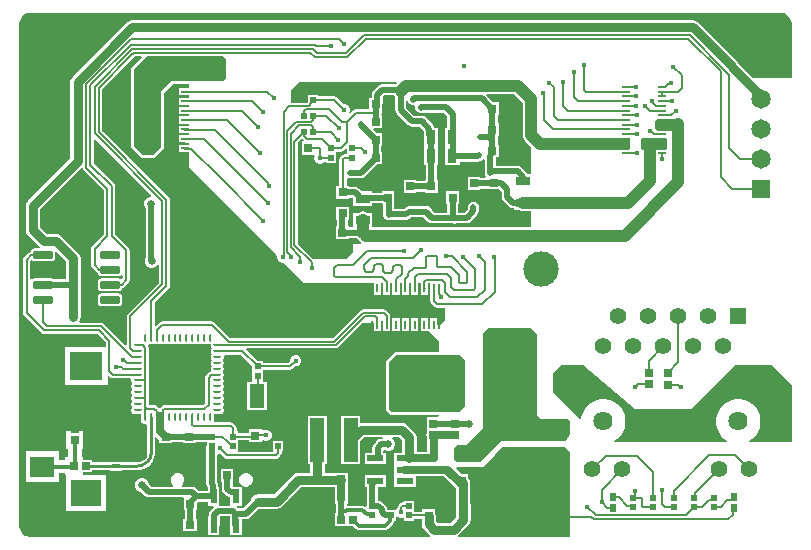
<source format=gtl>
G04*
G04 #@! TF.GenerationSoftware,Altium Limited,Altium Designer,23.8.1 (32)*
G04*
G04 Layer_Physical_Order=1*
G04 Layer_Color=255*
%FSLAX44Y44*%
%MOMM*%
G71*
G04*
G04 #@! TF.SameCoordinates,4EFDB198-7814-4870-AD9F-EEE93015B5C1*
G04*
G04*
G04 #@! TF.FilePolarity,Positive*
G04*
G01*
G75*
%ADD11C,0.2500*%
%ADD12C,0.1500*%
%ADD14C,0.2000*%
G04:AMPARAMS|DCode=15|XSize=0.68mm|YSize=0.25mm|CornerRadius=0.0625mm|HoleSize=0mm|Usage=FLASHONLY|Rotation=90.000|XOffset=0mm|YOffset=0mm|HoleType=Round|Shape=RoundedRectangle|*
%AMROUNDEDRECTD15*
21,1,0.6800,0.1250,0,0,90.0*
21,1,0.5550,0.2500,0,0,90.0*
1,1,0.1250,0.0625,0.2775*
1,1,0.1250,0.0625,-0.2775*
1,1,0.1250,-0.0625,-0.2775*
1,1,0.1250,-0.0625,0.2775*
%
%ADD15ROUNDEDRECTD15*%
G04:AMPARAMS|DCode=16|XSize=0.68mm|YSize=0.25mm|CornerRadius=0.0625mm|HoleSize=0mm|Usage=FLASHONLY|Rotation=180.000|XOffset=0mm|YOffset=0mm|HoleType=Round|Shape=RoundedRectangle|*
%AMROUNDEDRECTD16*
21,1,0.6800,0.1250,0,0,180.0*
21,1,0.5550,0.2500,0,0,180.0*
1,1,0.1250,-0.2775,0.0625*
1,1,0.1250,0.2775,0.0625*
1,1,0.1250,0.2775,-0.0625*
1,1,0.1250,-0.2775,-0.0625*
%
%ADD16ROUNDEDRECTD16*%
%ADD17R,4.5000X4.5000*%
%ADD18R,0.2000X0.7000*%
%ADD19R,0.8000X1.2000*%
%ADD20R,1.2000X0.8000*%
%ADD21R,0.4725X0.4682*%
%ADD22R,0.5000X0.7000*%
%ADD23R,0.4682X0.4725*%
%ADD24R,0.7154X0.6725*%
%ADD25R,0.7000X0.2000*%
%ADD26R,0.6725X0.7154*%
%ADD27R,1.2000X3.7000*%
%ADD28R,2.1500X2.2000*%
%ADD29R,1.3000X2.0000*%
G04:AMPARAMS|DCode=30|XSize=0.65mm|YSize=1.65mm|CornerRadius=0.0488mm|HoleSize=0mm|Usage=FLASHONLY|Rotation=90.000|XOffset=0mm|YOffset=0mm|HoleType=Round|Shape=RoundedRectangle|*
%AMROUNDEDRECTD30*
21,1,0.6500,1.5525,0,0,90.0*
21,1,0.5525,1.6500,0,0,90.0*
1,1,0.0975,0.7763,0.2763*
1,1,0.0975,0.7763,-0.2763*
1,1,0.0975,-0.7763,-0.2763*
1,1,0.0975,-0.7763,0.2763*
%
%ADD30ROUNDEDRECTD30*%
%ADD31R,2.2000X1.4500*%
%ADD32R,0.5000X1.1000*%
%ADD33R,0.6000X1.2000*%
%ADD34R,2.8042X1.5027*%
%ADD35R,1.4000X0.6000*%
%ADD36R,2.0000X1.8000*%
%ADD37R,2.6000X2.2500*%
%ADD38R,2.8000X2.4500*%
%ADD39R,0.6500X0.3500*%
%ADD68C,0.1519*%
%ADD69C,0.1565*%
%ADD70C,1.0000*%
%ADD71C,0.5000*%
%ADD72C,0.1560*%
%ADD73C,0.3000*%
%ADD74C,0.7000*%
%ADD75C,0.8000*%
%ADD76O,1.0000X1.8000*%
%ADD77O,1.0000X2.1000*%
%ADD78C,3.0000*%
%ADD79C,1.4000*%
%ADD80R,1.4000X1.4000*%
%ADD81C,1.6250*%
%ADD82C,2.4000*%
%ADD83C,2.5500*%
%ADD84C,1.5000*%
%ADD85R,1.6500X1.6500*%
%ADD86C,1.6500*%
%ADD87C,0.4500*%
%ADD88C,0.6500*%
G36*
X650112Y446571D02*
X651867Y445844D01*
X653446Y444789D01*
X654789Y443446D01*
X655844Y441867D01*
X656571Y440112D01*
X656941Y438250D01*
Y437300D01*
Y392000D01*
X623791Y392000D01*
X611623Y404168D01*
X611411Y404486D01*
X610616Y405675D01*
X577465Y438826D01*
X575481Y440152D01*
X573140Y440617D01*
X98750D01*
X96409Y440152D01*
X94424Y438826D01*
X48174Y392576D01*
X46848Y390591D01*
X46382Y388250D01*
Y323784D01*
X10424Y287826D01*
X9098Y285841D01*
X8633Y283500D01*
Y262750D01*
X9098Y260409D01*
X10424Y258424D01*
X19424Y249424D01*
X20630Y248619D01*
X20245Y247349D01*
X15488D01*
X14517Y247156D01*
X13694Y246606D01*
X13144Y245783D01*
X12951Y244813D01*
Y244687D01*
X12001Y244498D01*
X11009Y243834D01*
X11009Y243834D01*
X7087Y239913D01*
X6424Y238920D01*
X6191Y237750D01*
X6191Y237750D01*
Y193000D01*
X6191Y193000D01*
X6424Y191829D01*
X7087Y190837D01*
X22087Y175837D01*
X22087Y175837D01*
X23080Y175174D01*
X24250Y174941D01*
X24250Y174941D01*
X68983D01*
X76111Y167813D01*
Y163750D01*
X41800D01*
Y131250D01*
X77800D01*
Y138987D01*
X78973Y139473D01*
X80109Y138337D01*
X80109Y138337D01*
X81101Y137674D01*
X82272Y137441D01*
X82272Y137441D01*
X96886D01*
X97908Y136171D01*
X97899Y136125D01*
Y134875D01*
X98102Y133851D01*
X98671Y133000D01*
X98102Y132149D01*
X97899Y131125D01*
Y129875D01*
X98102Y128851D01*
X98671Y128000D01*
X98102Y127149D01*
X97899Y126125D01*
Y124875D01*
X98102Y123851D01*
X98671Y123000D01*
X98102Y122149D01*
X97899Y121125D01*
Y119875D01*
X98102Y118851D01*
X98671Y118000D01*
X98102Y117149D01*
X97899Y116125D01*
Y114875D01*
X98102Y113851D01*
X98671Y113000D01*
X98102Y112149D01*
X97899Y111125D01*
Y109875D01*
X98102Y108851D01*
X98682Y107983D01*
X99551Y107402D01*
X100575Y107199D01*
X104988D01*
X106129Y107129D01*
X106199Y105988D01*
Y101575D01*
X106402Y100551D01*
X106982Y99683D01*
X107851Y99102D01*
X108875Y98899D01*
X110125D01*
X111186Y97815D01*
Y73035D01*
X111205Y72941D01*
X110824Y71023D01*
X109737Y69397D01*
X109657Y69343D01*
X108706Y68573D01*
X107354Y67535D01*
X104646Y66413D01*
X101839Y66044D01*
X101740Y66064D01*
X90250D01*
Y66500D01*
X79750D01*
Y66314D01*
X64862D01*
Y68362D01*
X57291D01*
Y70362D01*
X55715D01*
Y77638D01*
X57362D01*
Y92791D01*
X42638D01*
Y77638D01*
X44500D01*
Y70362D01*
X42138D01*
Y68108D01*
X36500D01*
Y75500D01*
X8500D01*
Y49500D01*
X36500D01*
Y56892D01*
X42138D01*
Y55638D01*
X42800D01*
Y25250D01*
X76800D01*
Y55750D01*
X57291D01*
Y57638D01*
X64862D01*
Y59686D01*
X79750D01*
Y59000D01*
X90250D01*
Y59436D01*
X101739D01*
X101740Y59436D01*
Y59414D01*
X105221Y59757D01*
X108569Y60773D01*
X111654Y62422D01*
X114359Y64641D01*
X114359D01*
X114370Y64630D01*
X116259Y67092D01*
X117447Y69959D01*
X117852Y73035D01*
X117814D01*
Y87245D01*
X119084Y87772D01*
X121638Y85218D01*
Y82209D01*
X126844D01*
X127000Y82178D01*
X127156Y82209D01*
X132362D01*
Y83197D01*
X141638D01*
Y82209D01*
X152362D01*
Y83433D01*
X161638D01*
Y81114D01*
X161412Y79978D01*
Y48000D01*
X161761Y46244D01*
X162412Y45270D01*
Y42088D01*
X154401D01*
X152244Y44244D01*
X150756Y45239D01*
X149000Y45588D01*
X141036D01*
X141013Y45622D01*
X140646Y46858D01*
X142008Y48220D01*
X142890Y50348D01*
Y52652D01*
X142008Y54780D01*
X140380Y56409D01*
X138252Y57290D01*
X135948D01*
X133820Y56409D01*
X132191Y54780D01*
X131310Y52652D01*
Y50348D01*
X132191Y48220D01*
X133553Y46858D01*
X133187Y45622D01*
X133164Y45588D01*
X114901D01*
X112790Y47699D01*
Y48152D01*
X111909Y50280D01*
X110280Y51908D01*
X108152Y52790D01*
X105848D01*
X103720Y51908D01*
X102092Y50280D01*
X101210Y48152D01*
Y45848D01*
X102092Y43720D01*
X103720Y42091D01*
X105848Y41210D01*
X106301D01*
X109756Y37756D01*
X111244Y36761D01*
X113000Y36412D01*
X140959D01*
X142209Y36362D01*
Y25638D01*
X143090D01*
Y18362D01*
X141994D01*
Y7638D01*
X153148D01*
Y18362D01*
X152267D01*
Y25638D01*
X153362D01*
Y31874D01*
X154401Y32912D01*
X162500D01*
Y29500D01*
X167349D01*
X167740Y28291D01*
X167741Y28230D01*
X164756Y25244D01*
X163761Y23756D01*
X163412Y22000D01*
Y20500D01*
X162500D01*
Y4500D01*
X172500D01*
Y12557D01*
X172588Y13000D01*
Y20099D01*
X172901Y20412D01*
X181412D01*
Y13000D01*
X181500Y12557D01*
Y4500D01*
X191500D01*
Y17983D01*
X194571D01*
X196327Y18332D01*
X197815Y19327D01*
X205371Y26882D01*
X221000D01*
X223341Y27348D01*
X225326Y28674D01*
X241784Y45132D01*
X270107D01*
Y36500D01*
X270138Y36344D01*
Y31138D01*
X271126D01*
Y22862D01*
X270138D01*
Y12138D01*
X285816D01*
X288339Y9614D01*
X289497Y8841D01*
X290862Y8569D01*
X312388D01*
X313753Y8841D01*
X314911Y9614D01*
X319411Y14114D01*
X320185Y15272D01*
X320456Y16638D01*
Y16888D01*
X322112D01*
Y19541D01*
X323382Y20067D01*
X323413Y20036D01*
X325174Y19307D01*
X327080D01*
X327618Y19530D01*
X328888Y18681D01*
Y16888D01*
X337612D01*
Y18170D01*
X343633D01*
Y13766D01*
X344098Y11425D01*
X345424Y9441D01*
X350111Y4754D01*
X350747Y4329D01*
X350362Y3059D01*
X11750D01*
X9888Y3429D01*
X8133Y4156D01*
X6554Y5211D01*
X5211Y6554D01*
X4156Y8133D01*
X3429Y9888D01*
X3059Y11750D01*
Y12700D01*
Y437300D01*
Y438250D01*
X3429Y440112D01*
X4156Y441867D01*
X5211Y443446D01*
X6554Y444789D01*
X8133Y445844D01*
X9888Y446571D01*
X11750Y446941D01*
X648250D01*
X650112Y446571D01*
D02*
G37*
G36*
X178250Y407500D02*
X178250Y391250D01*
X176000Y389000D01*
X131750Y389000D01*
X123000Y380250D01*
X123000Y333000D01*
X116500Y326500D01*
X107750Y326500D01*
X100250Y334000D01*
Y398750D01*
X111511Y410011D01*
X175739D01*
X178250Y407500D01*
D02*
G37*
G36*
X322680Y387415D02*
X321603Y386338D01*
X310250D01*
X308494Y385989D01*
X307006Y384994D01*
X302797Y380785D01*
X301802Y379297D01*
X301453Y377541D01*
Y374862D01*
X299388D01*
Y365101D01*
X287792D01*
X286622Y364868D01*
X285629Y364205D01*
X285629Y364205D01*
X283417Y361993D01*
X282341Y362713D01*
X282790Y363797D01*
Y365703D01*
X282061Y367463D01*
X280713Y368811D01*
X278953Y369540D01*
X277536D01*
X271913Y375163D01*
X270921Y375826D01*
X269750Y376059D01*
X269750Y376059D01*
X256362D01*
Y377362D01*
X247681D01*
Y371659D01*
X247627Y371388D01*
Y371342D01*
X246976Y370691D01*
X233250D01*
Y381750D01*
X240088Y388588D01*
X322194D01*
X322680Y387415D01*
D02*
G37*
G36*
X564800Y355500D02*
Y348250D01*
X563550Y347000D01*
X543550D01*
X541550Y349000D01*
X541550Y355000D01*
X543550Y357000D01*
X551800Y357000D01*
X563300D01*
X564800Y355500D01*
D02*
G37*
G36*
X551750Y339500D02*
Y332250D01*
X550500Y331000D01*
X530709D01*
X529750Y331959D01*
X529750Y340250D01*
X530500Y341000D01*
X538750Y341000D01*
X550250D01*
X551750Y339500D01*
D02*
G37*
G36*
X520500D02*
Y332250D01*
X519250Y331000D01*
X499459D01*
X498500Y331959D01*
X498500Y340250D01*
X499250Y341000D01*
X507500Y341000D01*
X519000D01*
X520500Y339500D01*
D02*
G37*
G36*
X321008Y375758D02*
X321412Y375447D01*
Y364250D01*
X321761Y362494D01*
X322756Y361006D01*
X332006Y351756D01*
X333494Y350761D01*
X335250Y350412D01*
X342099D01*
X345662Y346850D01*
Y342963D01*
X345750Y342520D01*
Y333463D01*
Y317500D01*
X347287D01*
Y305362D01*
X346638D01*
Y304374D01*
X339112D01*
Y305362D01*
X335056D01*
X334612Y305450D01*
X334169Y305362D01*
X328388D01*
Y294209D01*
X339112D01*
Y295197D01*
X346638D01*
Y294209D01*
X357362D01*
Y305362D01*
X356463D01*
Y317500D01*
X357750D01*
Y333463D01*
Y349463D01*
X354696D01*
X354489Y350506D01*
X353494Y351994D01*
X347244Y358244D01*
X345756Y359239D01*
X344000Y359588D01*
X337150D01*
X330588Y366151D01*
Y371687D01*
X331858Y371940D01*
X332439Y370537D01*
X333787Y369189D01*
X335547Y368460D01*
X337253D01*
X338236Y367514D01*
X338210Y367453D01*
Y365547D01*
X338939Y363787D01*
X340287Y362439D01*
X342047Y361710D01*
X343953D01*
X345044Y362162D01*
X354810D01*
X355297Y361960D01*
X357203D01*
X357690Y362162D01*
X362599D01*
X365412Y359350D01*
Y349463D01*
X363750D01*
Y333463D01*
Y317500D01*
X375750D01*
Y320787D01*
X391561D01*
X393317Y321136D01*
X394199Y321726D01*
X395030Y322070D01*
X395892Y322932D01*
X397162Y322406D01*
Y312592D01*
X396960Y312105D01*
Y310200D01*
X397689Y308439D01*
X397811Y308317D01*
X397285Y307047D01*
X393362D01*
Y308112D01*
X382638D01*
Y296959D01*
X393362D01*
Y297871D01*
X399638D01*
Y297209D01*
X409552D01*
X411412Y295350D01*
Y291233D01*
X411761Y289477D01*
X412756Y287989D01*
X417989Y282756D01*
X419477Y281761D01*
X421233Y281412D01*
X421500D01*
Y280000D01*
X425821D01*
X425970Y279886D01*
X427673Y279180D01*
X429500Y278940D01*
X436250D01*
Y265273D01*
X303176D01*
X302000Y265500D01*
Y277500D01*
X297679D01*
X297530Y277614D01*
X295827Y278320D01*
X294000Y278560D01*
X292173Y278320D01*
X290470Y277614D01*
X290321Y277500D01*
X286000D01*
Y265500D01*
X284901Y265088D01*
X282112D01*
Y265862D01*
X281249D01*
Y271638D01*
X282362D01*
Y282362D01*
X271209D01*
Y271638D01*
X272073D01*
Y265862D01*
X270959D01*
Y255138D01*
X282112D01*
Y255912D01*
X288697D01*
X289008Y255508D01*
X290302Y254514D01*
X291295Y253220D01*
X292533Y252270D01*
X292381Y251362D01*
X292196Y251000D01*
X286000D01*
Y244000D01*
X280250Y238250D01*
X251965D01*
X239215Y251000D01*
X238804Y251411D01*
Y336589D01*
X242625Y340410D01*
X243902Y339132D01*
X243376Y337862D01*
X242388D01*
Y326709D01*
X252416D01*
X253297Y325515D01*
X252960Y324703D01*
Y322797D01*
X253689Y321037D01*
X255037Y319689D01*
X256797Y318960D01*
X258703D01*
X260463Y319689D01*
X261368Y320594D01*
X262638Y320133D01*
Y319866D01*
X271362D01*
Y329191D01*
X275000D01*
X275000Y329191D01*
X276171Y329424D01*
X277163Y330087D01*
X278964Y331889D01*
X280138Y331403D01*
Y326868D01*
X278207D01*
X278207Y326868D01*
X277036Y326635D01*
X276044Y325972D01*
X276044Y325972D01*
X274873Y324800D01*
X274209Y323808D01*
X273977Y322638D01*
X273977Y322637D01*
Y300112D01*
X271459D01*
Y289388D01*
X282612D01*
Y290162D01*
X285671D01*
X286000Y289832D01*
Y283500D01*
X302000D01*
Y285412D01*
X309887D01*
Y284638D01*
X311162D01*
Y277440D01*
X310960Y276953D01*
Y275047D01*
X311689Y273287D01*
X313037Y271939D01*
X314797Y271210D01*
X316703D01*
X318064Y271774D01*
X330862D01*
X332618Y272123D01*
X334106Y273118D01*
X334901Y273912D01*
X345099D01*
X349256Y269756D01*
X350744Y268761D01*
X352500Y268412D01*
X370310D01*
X370797Y268210D01*
X372703D01*
X373190Y268412D01*
X381771D01*
X383527Y268761D01*
X385016Y269756D01*
X390744Y275484D01*
X391739Y276973D01*
X392088Y278729D01*
Y280560D01*
X392290Y281047D01*
Y282953D01*
X391561Y284713D01*
X390213Y286061D01*
X388453Y286790D01*
X386547D01*
X384787Y286061D01*
X383439Y284713D01*
X382710Y282953D01*
Y281047D01*
X382892Y280609D01*
X379871Y277588D01*
X374588D01*
Y284638D01*
X375362D01*
Y295791D01*
X364637D01*
Y284638D01*
X365412D01*
Y277588D01*
X354400D01*
X352540Y279449D01*
Y279453D01*
X351811Y281213D01*
X350463Y282561D01*
X348703Y283290D01*
X346797D01*
X346310Y283088D01*
X333000D01*
X331244Y282739D01*
X329756Y281744D01*
X328962Y280950D01*
X320338D01*
Y284638D01*
X320612D01*
Y295791D01*
X309887D01*
Y294588D01*
X302000D01*
Y295500D01*
X293310D01*
X290815Y297994D01*
X289327Y298989D01*
X287571Y299338D01*
X282612D01*
Y300112D01*
X280094D01*
Y306144D01*
X281364Y306993D01*
X282047Y306710D01*
X283953D01*
X284440Y306912D01*
X292500D01*
X294256Y307261D01*
X295744Y308256D01*
X305876Y318388D01*
X310541D01*
Y329112D01*
X309552D01*
Y333888D01*
X310541D01*
Y344612D01*
X305876D01*
X302774Y347714D01*
X303260Y348888D01*
X310541D01*
Y359612D01*
X310222D01*
X309669Y360882D01*
X309754Y361089D01*
Y362995D01*
X310541Y364138D01*
X310541D01*
Y369919D01*
X310629Y370362D01*
Y375641D01*
X312150Y377162D01*
X319930D01*
X321008Y375758D01*
D02*
G37*
G36*
X429440Y370575D02*
Y343250D01*
X429680Y341423D01*
X430386Y339720D01*
X431507Y338258D01*
X436250Y333515D01*
Y332811D01*
Y320787D01*
Y310000D01*
X433576D01*
X432744Y311244D01*
X428244Y315744D01*
X426756Y316739D01*
X425000Y317088D01*
X406338D01*
Y324388D01*
X409041D01*
Y335112D01*
X408052D01*
Y342388D01*
X409041D01*
Y353112D01*
X408052D01*
Y360138D01*
X409041D01*
Y370862D01*
X404376D01*
X398569Y376670D01*
X399095Y377940D01*
X422076D01*
X429440Y370575D01*
D02*
G37*
G36*
X42632Y236716D02*
Y221238D01*
X32758D01*
X31983Y221756D01*
X31012Y221949D01*
X15488D01*
X14517Y221756D01*
X13694Y221206D01*
X13579Y221033D01*
X12309Y221419D01*
Y236483D01*
X13353Y237528D01*
X13694Y237494D01*
X14517Y236944D01*
X15488Y236751D01*
X31012D01*
X31983Y236944D01*
X32806Y237494D01*
X33356Y238317D01*
X33549Y239287D01*
Y244004D01*
X34819Y244530D01*
X42632Y236716D01*
D02*
G37*
G36*
X114740Y292310D02*
X114214Y291040D01*
X113598D01*
X111470Y290159D01*
X109841Y288530D01*
X108960Y286402D01*
Y284098D01*
X109841Y281970D01*
X110162Y281650D01*
Y239850D01*
X110091Y239780D01*
X109210Y237652D01*
Y235348D01*
X110091Y233220D01*
X111720Y231591D01*
X113848Y230710D01*
X116152D01*
X118280Y231591D01*
X119901Y233213D01*
X119944Y233213D01*
X121171Y232950D01*
Y218247D01*
X94837Y191913D01*
X94174Y190921D01*
X93941Y189750D01*
X93941Y189750D01*
Y167878D01*
X93891Y167626D01*
X93891Y167626D01*
Y165844D01*
X92718Y165358D01*
X74578Y183498D01*
X73586Y184160D01*
X72415Y184393D01*
X72415Y184393D01*
X54415D01*
X53737Y185663D01*
X54402Y186659D01*
X54868Y189000D01*
Y214125D01*
Y239250D01*
X54402Y241591D01*
X53076Y243576D01*
X38576Y258076D01*
X36591Y259402D01*
X34250Y259867D01*
X26284D01*
X20868Y265284D01*
Y280966D01*
X55479Y315578D01*
X55631Y315568D01*
X56775Y315078D01*
X56924Y314329D01*
X57587Y313337D01*
X74441Y296483D01*
Y258767D01*
X64837Y249163D01*
X64174Y248171D01*
X63941Y247000D01*
X63941Y247000D01*
Y233250D01*
X63941Y233250D01*
X64174Y232080D01*
X64837Y231087D01*
X68737Y227187D01*
X68737Y227187D01*
X69451Y226710D01*
Y226588D01*
X69644Y225617D01*
X70194Y224794D01*
X71017Y224244D01*
X71988Y224051D01*
X87513D01*
X88483Y224244D01*
X89171Y224704D01*
X89779Y224550D01*
X90441Y224207D01*
Y221924D01*
X89419Y221195D01*
X89306Y221206D01*
X88483Y221756D01*
X87513Y221949D01*
X71988D01*
X71017Y221756D01*
X70194Y221206D01*
X69644Y220383D01*
X69451Y219412D01*
Y213888D01*
X69644Y212917D01*
X70194Y212094D01*
X71017Y211544D01*
X71988Y211351D01*
X87513D01*
X88483Y211544D01*
X89306Y212094D01*
X89856Y212917D01*
X89996Y213621D01*
X91017Y213824D01*
X92009Y214487D01*
X95663Y218141D01*
X96326Y219133D01*
X96559Y220304D01*
Y245750D01*
X96326Y246921D01*
X95663Y247913D01*
X84168Y259408D01*
Y300391D01*
X83935Y301561D01*
X83272Y302554D01*
X83272Y302554D01*
X66309Y319517D01*
Y339082D01*
X67482Y339568D01*
X114740Y292310D01*
D02*
G37*
G36*
X106675Y408838D02*
X98419Y400581D01*
X97857Y399741D01*
X97660Y398750D01*
Y334000D01*
X97857Y333009D01*
X98419Y332169D01*
X105919Y324669D01*
X106759Y324107D01*
X107750Y323910D01*
X116500Y323910D01*
X117491Y324107D01*
X118331Y324669D01*
X124831Y331169D01*
X125393Y332009D01*
X125590Y333000D01*
X125590Y379177D01*
X132823Y386410D01*
X146500Y386410D01*
Y383000D01*
X137900D01*
Y377000D01*
X146500D01*
Y375000D01*
X137900D01*
Y369000D01*
X146500D01*
Y367000D01*
X137900D01*
Y361000D01*
X146500D01*
Y359000D01*
X137900D01*
Y353000D01*
X143343D01*
X143617Y352946D01*
X146500D01*
Y351000D01*
X137900D01*
Y345000D01*
X143343D01*
X143617Y344945D01*
X146500D01*
Y343000D01*
X137900D01*
Y337000D01*
X143343D01*
X143617Y336945D01*
X146500D01*
Y335000D01*
X137900D01*
Y329000D01*
X143343D01*
X143617Y328946D01*
X146500D01*
Y316200D01*
X221608Y241092D01*
X221545Y240940D01*
Y239034D01*
X222274Y237274D01*
X223622Y235926D01*
X225382Y235197D01*
X227288D01*
X227440Y235260D01*
X244450Y218250D01*
X303000D01*
Y207900D01*
X309000D01*
Y218250D01*
X310988D01*
X311000Y218238D01*
Y207900D01*
X317000D01*
Y218250D01*
X319000D01*
Y207900D01*
X325000D01*
Y218250D01*
X327000D01*
Y207900D01*
X333000D01*
Y218250D01*
X335000D01*
Y207900D01*
X341000D01*
Y218250D01*
X343000D01*
Y207900D01*
X349000D01*
Y213344D01*
X349054Y213617D01*
X349000Y213892D01*
Y217663D01*
X351000D01*
Y207900D01*
X351163D01*
Y203000D01*
X351379Y201914D01*
X351994Y200994D01*
X354994Y197994D01*
X355914Y197379D01*
X357000Y197163D01*
X363500D01*
Y186500D01*
X359236Y182236D01*
X357000Y182243D01*
Y188100D01*
X351000D01*
Y183356D01*
X350011Y182481D01*
X349000Y182672D01*
Y188100D01*
X343000D01*
Y184032D01*
Y177100D01*
X349000D01*
Y177100D01*
X350167Y177583D01*
X358750Y169000D01*
Y159840D01*
X322250Y159840D01*
X321259Y159643D01*
X320419Y159081D01*
X314169Y152831D01*
X313607Y151991D01*
X313410Y151000D01*
X313410Y111750D01*
X313607Y110759D01*
X314169Y109919D01*
X316919Y107169D01*
X317759Y106607D01*
X318750Y106410D01*
X357733Y106410D01*
X358123Y105882D01*
X357483Y104612D01*
X347888D01*
Y90698D01*
X347642Y89464D01*
X347888Y88231D01*
Y83888D01*
X348392D01*
Y76465D01*
X348392Y76464D01*
Y75108D01*
X339367D01*
Y87500D01*
X338902Y89841D01*
X337576Y91826D01*
X331326Y98076D01*
X329341Y99402D01*
X327000Y99867D01*
X292250D01*
X291500Y100483D01*
Y105500D01*
X275500D01*
Y64500D01*
X291500D01*
Y84348D01*
X294784Y87633D01*
X309904D01*
X310578Y86362D01*
X310409Y86114D01*
X309526D01*
X307770Y85765D01*
X306281Y84770D01*
X304720Y83209D01*
X303353Y81841D01*
X302358Y80353D01*
X302009Y78597D01*
Y74500D01*
X295500D01*
Y64500D01*
X313500D01*
Y74500D01*
X311185D01*
Y75987D01*
X311378Y76195D01*
X312438Y76738D01*
X314164Y76023D01*
X316468D01*
X318596Y76904D01*
X320224Y78533D01*
X321106Y80661D01*
Y82964D01*
X320224Y85092D01*
X318955Y86362D01*
X319462Y87633D01*
X324466D01*
X327132Y84966D01*
Y74500D01*
X320500D01*
Y64500D01*
Y59978D01*
Y55000D01*
Y45500D01*
X338500D01*
Y54392D01*
X362456D01*
X372632Y44216D01*
Y31000D01*
X372922Y29542D01*
Y19838D01*
X368282Y15197D01*
X356970D01*
X355868Y16300D01*
Y20482D01*
X355402Y22824D01*
X355112Y23257D01*
Y26291D01*
X351303D01*
X349750Y26600D01*
X348197Y26291D01*
X344388D01*
Y24287D01*
X337612D01*
Y33612D01*
X328888D01*
Y32760D01*
X327777Y32330D01*
X326606Y32097D01*
X325614Y31434D01*
X325614Y31434D01*
X324442Y30263D01*
X323779Y29270D01*
X323571Y28223D01*
X323413Y28157D01*
X322066Y26810D01*
X321552Y25569D01*
X318972D01*
X317729Y25817D01*
X314579D01*
X314338Y26058D01*
Y26342D01*
X313989Y28098D01*
X312994Y29587D01*
X310065Y32516D01*
X308577Y33510D01*
X306821Y33860D01*
X306338D01*
Y45500D01*
X313500D01*
Y55500D01*
X295500D01*
Y45500D01*
X297162D01*
Y29272D01*
X297246Y28846D01*
X296076Y28221D01*
X295773Y28523D01*
X294616Y29297D01*
X293250Y29569D01*
X280303D01*
Y31138D01*
X281291D01*
Y36344D01*
X281322Y36500D01*
Y50677D01*
X281436Y51250D01*
X281291Y51979D01*
Y56959D01*
Y57112D01*
X276948D01*
X275714Y57358D01*
X275541Y57323D01*
X275318Y57368D01*
X261618D01*
Y64500D01*
X263500D01*
Y105500D01*
X247500D01*
Y64500D01*
X249382D01*
Y57368D01*
X239250D01*
X236909Y56902D01*
X234924Y55576D01*
X218466Y39118D01*
X205000D01*
X202659Y38652D01*
X200674Y37326D01*
X199348Y35341D01*
X198975Y33463D01*
X192671Y27159D01*
X187901D01*
X186830Y28230D01*
X186831Y28291D01*
X187222Y29500D01*
X191500D01*
Y44344D01*
X191500Y45267D01*
X192462Y46243D01*
X193748Y45710D01*
X196052D01*
X198180Y46592D01*
X199809Y48220D01*
X200690Y50348D01*
Y52652D01*
X199809Y54780D01*
X198180Y56409D01*
X196052Y57290D01*
X193748D01*
X191620Y56409D01*
X189991Y54780D01*
X189110Y52652D01*
Y50348D01*
X189991Y48220D01*
X191319Y46892D01*
X191442Y46770D01*
X191274Y45926D01*
X191052Y45500D01*
X190329Y45500D01*
X190328Y45500D01*
X190327Y45500D01*
X186443D01*
X186000Y45588D01*
X183829D01*
X183588Y45829D01*
Y49638D01*
X184362D01*
Y60791D01*
X173638D01*
Y49638D01*
X174412D01*
Y43929D01*
X174761Y42173D01*
X175756Y40685D01*
X178685Y37756D01*
X180173Y36761D01*
X181500Y36497D01*
Y29588D01*
X172500D01*
Y45500D01*
X171588D01*
Y47000D01*
X171239Y48756D01*
X170588Y49730D01*
Y72782D01*
X171644Y73487D01*
X172337Y73200D01*
X173754D01*
X177117Y69837D01*
X178109Y69174D01*
X179280Y68941D01*
X220000D01*
X220000Y68941D01*
X221171Y69174D01*
X222163Y69837D01*
X224163Y71837D01*
X224826Y72829D01*
X225059Y74000D01*
Y75638D01*
X226362D01*
Y84319D01*
X217638D01*
Y75638D01*
X216607Y75059D01*
X189393D01*
X188362Y75638D01*
Y84963D01*
X197638D01*
Y83209D01*
X208362D01*
Y84204D01*
X209632Y84796D01*
X211047Y84210D01*
X212953D01*
X214713Y84939D01*
X216061Y86287D01*
X216790Y88047D01*
Y89953D01*
X216061Y91713D01*
X214713Y93061D01*
X212953Y93790D01*
X211047D01*
X209632Y93204D01*
X208362Y93796D01*
Y94362D01*
X197638D01*
Y91080D01*
X188362D01*
Y92362D01*
X187059D01*
Y95000D01*
X187059Y95000D01*
X186826Y96171D01*
X186163Y97163D01*
X186163Y97163D01*
X184163Y99163D01*
X183171Y99826D01*
X182000Y100059D01*
X182000Y100059D01*
X168680D01*
X167752Y101329D01*
X167801Y101575D01*
Y105988D01*
X167871Y107129D01*
X169012Y107199D01*
X173425D01*
X174449Y107402D01*
X175317Y107983D01*
X175898Y108851D01*
X176101Y109875D01*
Y111125D01*
X175898Y112149D01*
X175329Y113000D01*
X175898Y113851D01*
X176101Y114875D01*
Y116125D01*
X175898Y117149D01*
X175329Y118000D01*
X175898Y118851D01*
X176101Y119875D01*
Y121125D01*
X175898Y122149D01*
X175329Y123000D01*
X175898Y123851D01*
X176101Y124875D01*
Y126125D01*
X175898Y127149D01*
X175329Y128000D01*
X175898Y128851D01*
X176101Y129875D01*
Y131125D01*
X175898Y132149D01*
X175329Y133000D01*
X175898Y133851D01*
X176101Y134875D01*
Y136125D01*
X175898Y137149D01*
X175329Y138000D01*
X175898Y138851D01*
X176101Y139875D01*
Y141125D01*
X175898Y142149D01*
X175329Y143000D01*
X175898Y143851D01*
X176101Y144875D01*
Y146125D01*
X175898Y147149D01*
X175329Y148000D01*
X175898Y148851D01*
X176101Y149875D01*
Y151125D01*
X175898Y152149D01*
X175329Y153000D01*
X175898Y153851D01*
X176101Y154875D01*
Y156125D01*
X176092Y156171D01*
X177114Y157441D01*
X190614D01*
X200388Y147667D01*
Y135247D01*
X199427Y134500D01*
X195750D01*
Y110500D01*
X212750D01*
Y134500D01*
X210073D01*
X209112Y135247D01*
Y144572D01*
X232485D01*
X232485Y144572D01*
X233656Y144805D01*
X234648Y145468D01*
X236549Y147369D01*
X237966D01*
X239726Y148098D01*
X241074Y149445D01*
X241803Y151206D01*
Y153111D01*
X241074Y154872D01*
X239726Y156219D01*
X237966Y156949D01*
X236060D01*
X234300Y156219D01*
X232952Y154872D01*
X232223Y153111D01*
Y151694D01*
X231218Y150690D01*
X209112D01*
Y151972D01*
X204735D01*
X195314Y161393D01*
X195840Y162663D01*
X271000D01*
X272086Y162879D01*
X273006Y163494D01*
X279006Y169494D01*
X279006Y169494D01*
X293545Y184032D01*
X303000D01*
Y177100D01*
X309000D01*
Y184032D01*
X311000D01*
Y177100D01*
X317000D01*
Y183399D01*
Y188100D01*
X316837D01*
Y190250D01*
X316621Y191336D01*
X316006Y192256D01*
X313421Y194841D01*
X312501Y195456D01*
X311415Y195672D01*
X294326D01*
X293240Y195456D01*
X292320Y194841D01*
X279950Y182472D01*
X268651Y171172D01*
X181840D01*
X168256Y184756D01*
X167336Y185371D01*
X166250Y185587D01*
X124250D01*
X123164Y185371D01*
X122244Y184756D01*
X118732Y181244D01*
X117559Y181730D01*
Y201359D01*
X129663Y213463D01*
X129663Y213463D01*
X130326Y214455D01*
X130559Y215626D01*
Y288500D01*
X130326Y289671D01*
X129663Y290663D01*
X129663Y290663D01*
X73309Y347017D01*
Y381992D01*
X100074Y408758D01*
X100103Y408777D01*
X101337Y410011D01*
X106189D01*
X106675Y408838D01*
D02*
G37*
G36*
X157851Y166402D02*
X158875Y166199D01*
X160125D01*
X161149Y166402D01*
X162000Y166971D01*
X162851Y166402D01*
X163875Y166199D01*
X163988D01*
X165129Y166129D01*
X165199Y164988D01*
Y164875D01*
X165402Y163851D01*
X165971Y163000D01*
X165402Y162149D01*
X165199Y161125D01*
Y159875D01*
X165402Y158851D01*
X165971Y158000D01*
X165402Y157149D01*
X165199Y156125D01*
Y154875D01*
X165402Y153851D01*
X165971Y153000D01*
X165402Y152149D01*
X165199Y151125D01*
Y149875D01*
X165402Y148851D01*
X165971Y148000D01*
X165402Y147149D01*
X165199Y146125D01*
Y144875D01*
X165402Y143851D01*
X164450Y142990D01*
X163587Y142413D01*
X161087Y139913D01*
X160424Y138920D01*
X160191Y137750D01*
X160191Y137750D01*
Y116274D01*
X158476Y114559D01*
X125750D01*
X124579Y114326D01*
X123587Y113663D01*
X123587Y113663D01*
X122337Y112413D01*
X120751Y112325D01*
X119413Y113663D01*
X118420Y114326D01*
X117250Y114559D01*
X117250Y114559D01*
X112809D01*
Y120250D01*
Y134078D01*
X112809Y134078D01*
X112809Y134079D01*
Y163000D01*
X112809Y163000D01*
X112576Y164170D01*
X112227Y164693D01*
X112598Y165985D01*
X112729Y166143D01*
X113150Y166343D01*
X113875Y166199D01*
X115125D01*
X116149Y166402D01*
X117000Y166971D01*
X117851Y166402D01*
X118875Y166199D01*
X120125D01*
X121149Y166402D01*
X122000Y166971D01*
X122851Y166402D01*
X123875Y166199D01*
X125125D01*
X126149Y166402D01*
X127000Y166971D01*
X127851Y166402D01*
X128875Y166199D01*
X130125D01*
X131149Y166402D01*
X132000Y166971D01*
X132851Y166402D01*
X133875Y166199D01*
X135125D01*
X136149Y166402D01*
X137000Y166971D01*
X137851Y166402D01*
X138875Y166199D01*
X140125D01*
X141149Y166402D01*
X142000Y166971D01*
X142851Y166402D01*
X143875Y166199D01*
X145125D01*
X146149Y166402D01*
X147000Y166971D01*
X147851Y166402D01*
X148875Y166199D01*
X150125D01*
X151149Y166402D01*
X152000Y166971D01*
X152851Y166402D01*
X153875Y166199D01*
X155125D01*
X156149Y166402D01*
X157000Y166971D01*
X157851Y166402D01*
D02*
G37*
G36*
X656941Y131809D02*
Y83250D01*
X621567Y83250D01*
X621181Y84520D01*
X623778Y86255D01*
X626395Y88872D01*
X628451Y91950D01*
X629868Y95369D01*
X630590Y98999D01*
Y102701D01*
X629868Y106331D01*
X628451Y109750D01*
X626395Y112828D01*
X623778Y115445D01*
X620700Y117501D01*
X617281Y118918D01*
X613651Y119640D01*
X609949D01*
X606319Y118918D01*
X602900Y117501D01*
X599822Y115445D01*
X597205Y112828D01*
X595149Y109750D01*
X593732Y106331D01*
X593010Y102701D01*
Y98999D01*
X593732Y95369D01*
X595149Y91950D01*
X597205Y88872D01*
X599822Y86255D01*
X602419Y84520D01*
X602033Y83250D01*
X507267Y83250D01*
X506881Y84520D01*
X509478Y86255D01*
X512095Y88872D01*
X514151Y91950D01*
X515568Y95369D01*
X516290Y98999D01*
Y102701D01*
X515568Y106331D01*
X514151Y109750D01*
X512095Y112828D01*
X509478Y115445D01*
X506400Y117501D01*
X502981Y118918D01*
X499351Y119640D01*
X495649D01*
X492019Y118918D01*
X488600Y117501D01*
X485522Y115445D01*
X482905Y112828D01*
X480849Y109750D01*
X479432Y106331D01*
X478857Y103439D01*
X478565Y103235D01*
X477479Y103021D01*
X455250Y125250D01*
X455250Y141750D01*
X461750Y148250D01*
X480644D01*
X524757Y111500D01*
X572250D01*
X609000Y148250D01*
X640500D01*
X656941Y131809D01*
D02*
G37*
G36*
X376000Y157250D02*
X380750Y152500D01*
X380750Y113500D01*
X376250Y109000D01*
X318750Y109000D01*
X316000Y111750D01*
X316000Y151000D01*
X322250Y157250D01*
X376000Y157250D01*
D02*
G37*
G36*
X441000Y174750D02*
Y106075D01*
X445250Y102250D01*
X468250Y102250D01*
X469500Y101000D01*
X469500Y90106D01*
X465779Y84250D01*
X410750Y84250D01*
X410625Y84375D01*
X392750Y66500D01*
X373750Y66500D01*
X371500Y68750D01*
X371500Y78500D01*
X374000Y81000D01*
X382000D01*
X396000Y95000D01*
Y99000D01*
Y102591D01*
Y175500D01*
X400750Y180250D01*
X435500Y180250D01*
X441000Y174750D01*
D02*
G37*
G36*
X469500Y74250D02*
Y41500D01*
X469500Y41500D01*
X469500Y4329D01*
X469083Y3059D01*
X374890D01*
X374504Y4329D01*
X375141Y4754D01*
X383366Y12979D01*
X384692Y14963D01*
X385158Y17304D01*
Y30710D01*
X384868Y32168D01*
Y48500D01*
X384402Y50841D01*
X383250Y52565D01*
Y56000D01*
X378152D01*
X372825Y61327D01*
X373311Y62500D01*
X395500D01*
X405500Y72500D01*
X411750Y78750D01*
X465000D01*
X469500Y74250D01*
D02*
G37*
%LPC*%
G36*
X87513Y209249D02*
X71988D01*
X71017Y209056D01*
X70194Y208506D01*
X69644Y207683D01*
X69451Y206712D01*
Y201187D01*
X69644Y200217D01*
X70194Y199394D01*
X71017Y198844D01*
X71988Y198651D01*
X87513D01*
X88483Y198844D01*
X89306Y199394D01*
X89856Y200217D01*
X90049Y201187D01*
Y206712D01*
X89856Y207683D01*
X89306Y208506D01*
X88483Y209056D01*
X87513Y209249D01*
D02*
G37*
G36*
X341000Y188100D02*
X335000D01*
Y184032D01*
Y177100D01*
X341000D01*
Y183328D01*
Y188100D01*
D02*
G37*
G36*
X333000D02*
X327000D01*
Y184032D01*
Y177100D01*
X333000D01*
Y182720D01*
Y188100D01*
D02*
G37*
G36*
X325000D02*
X319000D01*
Y184032D01*
Y177100D01*
X325000D01*
Y182743D01*
Y188100D01*
D02*
G37*
%LPD*%
D11*
X85000Y62750D02*
G03*
X84396Y63000I-604J-604D01*
G01*
X101740Y62750D02*
G03*
X112000Y67000I0J14510D01*
G01*
D02*
G03*
X114500Y73035I-6036J6036D01*
G01*
X85000Y62750D02*
X101740D01*
X59286Y63000D02*
X84396D01*
X114500Y73035D02*
Y104350D01*
D12*
X246750Y340250D02*
X259000D01*
X244207Y342793D02*
X246750Y340250D01*
X259000D02*
X265638Y333612D01*
X244207Y342793D02*
Y345522D01*
X250431Y370181D02*
Y371388D01*
X248138Y367888D02*
X250431Y370181D01*
Y371388D02*
X251293Y372250D01*
X231638Y367888D02*
X248138D01*
X251293Y372250D02*
X252500D01*
X244000Y363225D02*
X245775Y365000D01*
X265562D01*
X226750Y363000D02*
X231638Y367888D01*
X244000Y359771D02*
Y363225D01*
X236000Y337750D02*
X243979Y345728D01*
X236000Y250250D02*
Y337750D01*
Y250250D02*
X250750Y235500D01*
X232750Y344230D02*
X240000Y351480D01*
X232750Y248583D02*
X241000Y240333D01*
X232750Y248583D02*
Y344230D01*
X229750Y244560D02*
X233374Y240936D01*
X229750Y346750D02*
X237250Y354250D01*
X229750Y244560D02*
Y346750D01*
X250750Y230500D02*
Y235500D01*
X226335Y239987D02*
X226750Y240402D01*
X233374Y240124D02*
Y240936D01*
X241000Y235500D02*
Y240333D01*
X226750Y240402D02*
Y363000D01*
X240000Y351480D02*
X250413D01*
X607250Y22000D02*
Y26563D01*
X608437Y27750D01*
X489500Y18000D02*
X603250D01*
X607250Y22000D01*
X487266Y20234D02*
X489500Y18000D01*
X446481Y20234D02*
X487266D01*
X574250Y28228D02*
X580728D01*
X491271Y21250D02*
X567250D01*
X574229Y28228D02*
X574250D01*
X567250Y21250D02*
X574229Y28228D01*
X484107Y28414D02*
X491271Y21250D01*
X596764Y28228D02*
X602535Y34000D01*
X591000Y28228D02*
X596764D01*
X602535Y34000D02*
X606687D01*
X608437Y35750D01*
Y36750D01*
X587181Y34681D02*
X589409D01*
X580728Y28228D02*
X587181Y34681D01*
X589409D02*
X591000Y36272D01*
X574250D02*
X575284Y37305D01*
Y39984D02*
X595550Y60250D01*
X575284Y37305D02*
Y39984D01*
X609200Y72000D02*
X620950Y60250D01*
X587250Y72000D02*
X609200D01*
X557000Y36272D02*
Y41750D01*
X587250Y72000D01*
X488350Y60250D02*
X499850Y71750D01*
X525750D02*
X539250Y58250D01*
X499850Y71750D02*
X525750D01*
X539250Y36272D02*
Y58250D01*
X496250Y32250D02*
Y42750D01*
X513750Y60250D01*
X517766Y29234D02*
X521495D01*
X510500Y36500D02*
X517766Y29234D01*
X505437Y36500D02*
X510500D01*
X521495Y29234D02*
X522500Y28228D01*
X496250Y32250D02*
X501000Y27500D01*
X505437D01*
X549521Y28228D02*
X557000D01*
X547250Y30500D02*
X549521Y28228D01*
X547250Y30500D02*
Y42500D01*
X524022Y37794D02*
Y42213D01*
X522500Y36272D02*
X524022Y37794D01*
X531521Y28228D02*
X539250D01*
X530500Y29250D02*
Y35393D01*
Y29250D02*
X531521Y28228D01*
X522500Y36272D02*
X529621D01*
X530500Y35393D01*
X237250Y354250D02*
X250250D01*
X252022Y346000D02*
Y349871D01*
X250413Y351480D02*
X252022Y349871D01*
X250250Y354250D02*
X252000Y356000D01*
X252022Y345750D02*
Y346000D01*
X252000Y356000D02*
Y359729D01*
D14*
X553172Y387272D02*
X554522D01*
X547400Y384000D02*
X549900D01*
X553172Y387272D01*
X554522D02*
X555000Y387750D01*
X547000Y380000D02*
X547400D01*
X561000D01*
X563750Y382750D01*
X516600Y368000D02*
X525397D01*
X563750Y382750D02*
Y393750D01*
X556500Y401000D02*
X563750Y393750D01*
X547400Y376000D02*
Y380000D01*
X516600Y376000D02*
X525250D01*
X525500Y376250D01*
X516600Y384000D02*
X525500D01*
X555000Y360000D02*
X558750Y363750D01*
X547400Y360000D02*
X555000D01*
X537250Y346500D02*
X537926D01*
X540426Y344000D01*
X547400D01*
X358000Y208676D02*
Y213400D01*
Y208676D02*
X359750Y206926D01*
Y206250D02*
Y206926D01*
X516600Y328000D02*
X525750D01*
X243979Y345750D02*
X244207Y345522D01*
X252022Y373000D02*
X269750D01*
X265562Y365000D02*
X276062Y354500D01*
X463750Y368000D02*
X467750Y364000D01*
X463750Y368000D02*
Y388000D01*
X472750Y375500D02*
X476250Y372000D01*
X472750Y375500D02*
Y396250D01*
X481500Y381750D02*
Y402250D01*
Y381750D02*
X483250Y380000D01*
X446978Y356022D02*
X455000Y348000D01*
X446978Y356022D02*
Y378522D01*
X446500Y379000D02*
X446978Y378522D01*
X269750Y373000D02*
X278000Y364750D01*
X247750Y332286D02*
X256578D01*
X257750Y331114D01*
Y323750D02*
Y331114D01*
X547438Y323000D02*
Y328000D01*
X252022Y346000D02*
X266750D01*
X243979Y345728D02*
Y345750D01*
X266750Y346000D02*
X273250Y339500D01*
X267000Y332250D02*
X275000D01*
X266979D02*
X267000D01*
X252000Y359729D02*
X252022Y359750D01*
X243979D02*
X244000Y359771D01*
X263000Y359750D02*
X273500Y349250D01*
X252022Y359750D02*
X263000D01*
X276062Y354500D02*
X280250D01*
X265638Y333591D02*
X266979Y332250D01*
X265638Y333591D02*
Y333612D01*
X547400Y328000D02*
X547438D01*
X550188Y372000D02*
X555438D01*
X547400Y372000D02*
X550188D01*
X550188Y372000D01*
X516600Y360000D02*
X525750D01*
X516600Y352000D02*
X525750D01*
X516600Y344000D02*
X525750D01*
X525177Y130250D02*
X527105Y132179D01*
X536250D01*
X524500Y130250D02*
X525177D01*
X560859Y131964D02*
X562574Y130250D01*
X563250D01*
X552000Y131964D02*
X560859D01*
X552000Y141750D02*
X561000Y150750D01*
Y189750D01*
X552000Y141536D02*
Y141750D01*
X536250Y141750D02*
Y152300D01*
X548300Y164350D01*
X455000Y348000D02*
X516600D01*
X467750Y364000D02*
X516600D01*
X483250Y380000D02*
X516600D01*
X476250Y372000D02*
X516600D01*
X458922Y356000D02*
X516600D01*
X455750Y359172D02*
Y383750D01*
Y359172D02*
X458922Y356000D01*
X451750Y387750D02*
X455750Y383750D01*
X280250Y354500D02*
X287792Y362042D01*
X304964D01*
X295575Y328750D02*
X296000D01*
X292075Y332250D02*
X295575Y328750D01*
X280250Y337500D02*
Y354500D01*
X275000Y332250D02*
X280250Y337500D01*
X284500Y332250D02*
X292075D01*
X277035Y294750D02*
Y322638D01*
X278207Y323809D01*
X284102D01*
X284500Y324207D01*
X257978Y323979D02*
X266772D01*
X257750Y323750D02*
X257978Y323979D01*
X266772D02*
X267000Y324207D01*
X349004Y21228D02*
X349750Y20482D01*
X333250Y21228D02*
X349004D01*
X326605Y24575D02*
Y28100D01*
X326127Y24097D02*
X326605Y24575D01*
X327777Y29272D02*
X333250D01*
X326605Y28100D02*
X327777Y29272D01*
X9250Y193000D02*
X24250Y178000D01*
X70250D01*
X9250Y193000D02*
Y237750D01*
X13172Y241672D01*
X22872D02*
X23250Y242050D01*
X13172Y241672D02*
X22872D01*
X79170Y143602D02*
Y169080D01*
X70250Y178000D02*
X79170Y169080D01*
X26665Y181335D02*
X72415D01*
X98250Y155500D01*
X23250Y184750D02*
Y203950D01*
Y184750D02*
X26665Y181335D01*
X91677Y153000D02*
X94177Y150500D01*
X91000Y153000D02*
X91677D01*
X90860Y145500D02*
X103350D01*
X85478Y146772D02*
X89588D01*
X98250Y155500D02*
X103350D01*
X89588Y146772D02*
X90860Y145500D01*
X94177Y150500D02*
X103350D01*
X85000Y147250D02*
X85478Y146772D01*
X79750Y216650D02*
X89846D01*
X93500Y220304D01*
Y245750D01*
X70900Y229350D02*
X79750D01*
X67000Y233250D02*
X70900Y229350D01*
X67000Y233250D02*
Y247000D01*
X77500Y257500D01*
X81109Y258141D02*
X93500Y245750D01*
X63250Y318250D02*
Y385508D01*
X81109Y258141D02*
Y300391D01*
X63250Y318250D02*
X81109Y300391D01*
X77500Y257500D02*
Y297750D01*
X204750Y147631D02*
X232485D01*
X237013Y152159D01*
X191881Y160500D02*
X204750Y147631D01*
X254125Y418500D02*
X266750D01*
X253015Y419610D02*
X254125Y418500D01*
X97352Y419610D02*
X253015D01*
X97867Y424750D02*
X273500D01*
X278250Y420000D01*
X59750Y386633D02*
X97867Y424750D01*
X255500Y412500D02*
X279250D01*
X98706Y416340D02*
X251660D01*
X255500Y412500D01*
X253020Y409230D02*
X280604D01*
X100070Y413070D02*
X249180D01*
X253020Y409230D01*
X279250Y412500D02*
X294980Y428230D01*
X280604Y409230D02*
X296334Y424960D01*
X82272Y140500D02*
X103350D01*
X79170Y143602D02*
X82272Y140500D01*
X97000Y189750D02*
X124230Y216980D01*
X97000Y167677D02*
Y189750D01*
X96950Y167626D02*
X97000Y167677D01*
Y163000D02*
X99250Y160750D01*
X96950Y163374D02*
Y167626D01*
X97000Y163000D02*
Y163323D01*
X96950Y163374D02*
X97000Y163323D01*
X103100Y160750D02*
X103350Y160500D01*
X99250Y160750D02*
X103100D01*
X182659Y81319D02*
X184000Y79978D01*
X175076Y88021D02*
X178638Y84459D01*
X181756Y81319D02*
X182659D01*
X178638Y84438D02*
X181756Y81319D01*
X173290Y77990D02*
X179280Y72000D01*
X220000D01*
X178638Y84438D02*
Y84459D01*
X166000Y88021D02*
X175076D01*
X204250Y122500D02*
X204750Y123000D01*
Y140000D01*
X170650Y160500D02*
X191881D01*
X170650Y160500D02*
X170650Y160500D01*
X114500Y171650D02*
Y202626D01*
X124230Y216980D02*
Y287146D01*
X114500Y202626D02*
X127500Y215626D01*
Y288500D01*
X66750Y344626D02*
X124230Y287146D01*
X70250Y345750D02*
X127500Y288500D01*
X70250Y345750D02*
Y383260D01*
X66750Y344626D02*
Y384384D01*
X70250Y383260D02*
X97930Y410940D01*
X66750Y384384D02*
X98706Y416340D01*
X63250Y385508D02*
X97352Y419610D01*
X59750Y315500D02*
X77500Y297750D01*
X294980Y428230D02*
X570542D01*
X569188Y424960D02*
X596750Y397398D01*
X296334Y424960D02*
X569188D01*
X570542Y428230D02*
X600020Y398752D01*
X596750Y307500D02*
Y397398D01*
X600020Y398252D02*
Y398752D01*
Y398252D02*
X603750Y394522D01*
X59750Y315500D02*
Y386633D01*
X97930Y410940D02*
X97940D01*
X100070Y413070D01*
X165750Y140250D02*
X170650D01*
X603750Y332500D02*
Y394522D01*
Y332500D02*
X613290Y322960D01*
X631079D01*
X606690Y297560D02*
X631079D01*
X596750Y307500D02*
X606690Y297560D01*
X222000Y74000D02*
Y79978D01*
X220000Y72000D02*
X222000Y74000D01*
X203000Y88786D02*
X203214Y89000D01*
X212000D01*
X119750Y101950D02*
Y104100D01*
X119500Y104350D02*
X119750Y104100D01*
X119500Y104350D02*
Y109250D01*
X124500Y104350D02*
Y110250D01*
X182000Y97000D02*
X184000Y95000D01*
Y88021D02*
Y95000D01*
X150672Y97000D02*
X182000D01*
X149500Y98172D02*
X150672Y97000D01*
X149500Y98172D02*
Y104350D01*
X184000Y88021D02*
X202236D01*
X203000Y88786D01*
X125750Y111500D02*
X159743D01*
X124500Y110250D02*
X125750Y111500D01*
X103350Y165500D02*
X103600Y165250D01*
X109750Y134078D02*
Y163000D01*
X103600Y165250D02*
X107500D01*
X109750Y163000D01*
X163250Y137750D02*
X165750Y140250D01*
X163250Y115007D02*
Y137750D01*
X159743Y111500D02*
X163250Y115007D01*
X111257Y111500D02*
X117250D01*
X109750Y113007D02*
X111257Y111500D01*
X109750Y120250D02*
Y134078D01*
Y113007D02*
Y120250D01*
X109500Y120500D02*
X109750Y120250D01*
X103350Y120500D02*
X109500D01*
X109750Y113007D02*
X109750Y113007D01*
X109750Y104600D02*
Y113007D01*
X103350Y135500D02*
X108328D01*
X109500Y104350D02*
X109750Y104600D01*
X108328Y135500D02*
X109750Y134078D01*
X117250Y111500D02*
X119500Y109250D01*
D15*
X109500Y104350D02*
D03*
X114500D02*
D03*
X119500D02*
D03*
X124500D02*
D03*
X129500D02*
D03*
X134500D02*
D03*
X139500D02*
D03*
X144500D02*
D03*
X149500D02*
D03*
X154500D02*
D03*
X159500D02*
D03*
X164500D02*
D03*
Y171650D02*
D03*
X159500D02*
D03*
X154500D02*
D03*
X149500D02*
D03*
X144500D02*
D03*
X134500D02*
D03*
X129500D02*
D03*
X124500D02*
D03*
X119500D02*
D03*
X114500D02*
D03*
X109500D02*
D03*
X139500D02*
D03*
D16*
X170650Y110500D02*
D03*
Y115500D02*
D03*
Y120500D02*
D03*
Y125500D02*
D03*
Y130500D02*
D03*
Y135500D02*
D03*
Y140500D02*
D03*
Y145500D02*
D03*
Y150500D02*
D03*
Y155500D02*
D03*
Y160500D02*
D03*
Y165500D02*
D03*
X103350D02*
D03*
Y160500D02*
D03*
Y155500D02*
D03*
Y150500D02*
D03*
Y145500D02*
D03*
Y140500D02*
D03*
Y135500D02*
D03*
Y130500D02*
D03*
Y125500D02*
D03*
Y120500D02*
D03*
Y115500D02*
D03*
Y110500D02*
D03*
D17*
X137000Y138000D02*
D03*
D18*
X302000Y182600D02*
D03*
Y213400D02*
D03*
X306000Y182600D02*
D03*
Y213400D02*
D03*
X310000Y182600D02*
D03*
Y213400D02*
D03*
X314000Y182600D02*
D03*
Y213400D02*
D03*
X318000Y182600D02*
D03*
Y213400D02*
D03*
X322000Y182600D02*
D03*
Y213400D02*
D03*
X326000Y182600D02*
D03*
Y213400D02*
D03*
X330000Y182600D02*
D03*
Y213400D02*
D03*
X334000Y182600D02*
D03*
Y213400D02*
D03*
X338000Y182600D02*
D03*
Y213400D02*
D03*
X342000Y182600D02*
D03*
Y213400D02*
D03*
X346000Y182600D02*
D03*
Y213400D02*
D03*
X350000Y182600D02*
D03*
Y213400D02*
D03*
X354000Y182600D02*
D03*
Y213400D02*
D03*
X358000Y182600D02*
D03*
Y213400D02*
D03*
D19*
X369750Y325500D02*
D03*
X351750D02*
D03*
X369750Y341463D02*
D03*
X351750D02*
D03*
D20*
X429500Y304000D02*
D03*
Y286000D02*
D03*
X294000Y289500D02*
D03*
Y271500D02*
D03*
D21*
X539250Y28228D02*
D03*
Y36272D02*
D03*
X284500Y324207D02*
D03*
Y332250D02*
D03*
X267000Y324207D02*
D03*
Y332250D02*
D03*
X574250Y28228D02*
D03*
Y36272D02*
D03*
X557000D02*
D03*
Y28228D02*
D03*
X591000D02*
D03*
Y36272D02*
D03*
X522500Y28228D02*
D03*
Y36272D02*
D03*
X333250Y21228D02*
D03*
Y29272D02*
D03*
X204750Y147631D02*
D03*
Y139588D02*
D03*
X301750Y21228D02*
D03*
Y29272D02*
D03*
X317750Y21228D02*
D03*
Y29272D02*
D03*
X222000Y79978D02*
D03*
Y88021D02*
D03*
X166000Y79978D02*
D03*
Y88021D02*
D03*
X184000Y79978D02*
D03*
Y88021D02*
D03*
D22*
X505437Y36500D02*
D03*
Y27500D02*
D03*
X608437Y27750D02*
D03*
Y36750D02*
D03*
D23*
X243979Y345750D02*
D03*
X252022D02*
D03*
Y373000D02*
D03*
X243979D02*
D03*
Y359750D02*
D03*
X252022D02*
D03*
D24*
X314536Y354250D02*
D03*
X304964D02*
D03*
X267464Y294750D02*
D03*
X277035D02*
D03*
X314536Y339250D02*
D03*
X304964D02*
D03*
X314536Y323750D02*
D03*
X304964D02*
D03*
X314536Y369500D02*
D03*
X304964D02*
D03*
X413036Y365500D02*
D03*
X403464D02*
D03*
X413036Y347750D02*
D03*
X403464D02*
D03*
X413035Y329750D02*
D03*
X403464D02*
D03*
X267214Y277000D02*
D03*
X276786D02*
D03*
X266964Y260500D02*
D03*
X276536D02*
D03*
X275714Y36500D02*
D03*
X285286D02*
D03*
X275714Y51750D02*
D03*
X285286D02*
D03*
X285286Y17500D02*
D03*
X275714D02*
D03*
X138000Y13000D02*
D03*
X147571D02*
D03*
X138214Y31000D02*
D03*
X147786D02*
D03*
X59286Y63000D02*
D03*
X49714D02*
D03*
D25*
X547400Y328000D02*
D03*
X516600D02*
D03*
X547400Y332000D02*
D03*
X516600D02*
D03*
X547400Y336000D02*
D03*
X516600D02*
D03*
X547400Y340000D02*
D03*
X516600D02*
D03*
X547400Y344000D02*
D03*
X516600D02*
D03*
X547400Y348000D02*
D03*
X516600D02*
D03*
X547400Y352000D02*
D03*
X516600D02*
D03*
X547400Y356000D02*
D03*
X516600D02*
D03*
X547400Y360000D02*
D03*
X516600D02*
D03*
X547400Y364000D02*
D03*
X516600D02*
D03*
X547400Y368000D02*
D03*
X516600D02*
D03*
X547400Y372000D02*
D03*
X516600D02*
D03*
X547400Y376000D02*
D03*
X516600D02*
D03*
X547400Y380000D02*
D03*
X516600D02*
D03*
X547400Y384000D02*
D03*
X516600D02*
D03*
X112600D02*
D03*
X143400D02*
D03*
X112600Y380000D02*
D03*
X143400D02*
D03*
X112600Y376000D02*
D03*
X143400D02*
D03*
X112600Y372000D02*
D03*
X143400D02*
D03*
X112600Y368000D02*
D03*
X143400D02*
D03*
X112600Y364000D02*
D03*
X143400D02*
D03*
X112600Y360000D02*
D03*
X143400D02*
D03*
X112600Y356000D02*
D03*
X143400D02*
D03*
X112600Y352000D02*
D03*
X143400D02*
D03*
X112600Y348000D02*
D03*
X143400D02*
D03*
X112600Y344000D02*
D03*
X143400D02*
D03*
X112600Y340000D02*
D03*
X143400D02*
D03*
X112600Y336000D02*
D03*
X143400D02*
D03*
X112600Y332000D02*
D03*
X143400D02*
D03*
X112600Y328000D02*
D03*
X143400D02*
D03*
D26*
X352000Y290214D02*
D03*
Y299786D02*
D03*
X333750Y290214D02*
D03*
Y299786D02*
D03*
X315250Y290214D02*
D03*
Y299786D02*
D03*
X405000Y293214D02*
D03*
Y302786D02*
D03*
X370000Y299786D02*
D03*
Y290214D02*
D03*
X388000Y302536D02*
D03*
Y292964D02*
D03*
X247750Y322714D02*
D03*
Y332286D02*
D03*
X349750Y20714D02*
D03*
Y30286D02*
D03*
X536250Y132179D02*
D03*
Y141750D02*
D03*
X552000Y131964D02*
D03*
Y141536D02*
D03*
X353250Y99036D02*
D03*
Y89464D02*
D03*
X372250Y99036D02*
D03*
Y89464D02*
D03*
X179000Y64786D02*
D03*
Y55214D02*
D03*
X127000Y78214D02*
D03*
Y87786D02*
D03*
X147000Y78214D02*
D03*
Y87786D02*
D03*
X203000Y79214D02*
D03*
Y88786D02*
D03*
X50000Y94786D02*
D03*
Y85214D02*
D03*
D27*
X255500Y85000D02*
D03*
X283500D02*
D03*
D28*
X418000Y63500D02*
D03*
Y107500D02*
D03*
D29*
X204250Y122500D02*
D03*
X244250D02*
D03*
D30*
X23250Y242050D02*
D03*
Y229350D02*
D03*
Y216650D02*
D03*
Y203950D02*
D03*
X79750Y242050D02*
D03*
Y229350D02*
D03*
Y216650D02*
D03*
Y203950D02*
D03*
D31*
X407750Y134000D02*
D03*
X366750D02*
D03*
D32*
X354000Y72000D02*
D03*
Y48500D02*
D03*
X378750Y72000D02*
D03*
Y48500D02*
D03*
D33*
X167500Y12500D02*
D03*
X177000D02*
D03*
X186500D02*
D03*
Y37500D02*
D03*
X167500D02*
D03*
D34*
X454250Y95002D02*
D03*
Y65998D02*
D03*
D35*
X329500Y69500D02*
D03*
Y60000D02*
D03*
Y50500D02*
D03*
X304500D02*
D03*
Y60000D02*
D03*
Y69500D02*
D03*
D36*
X22500Y40500D02*
D03*
Y62500D02*
D03*
D37*
X59800Y40500D02*
D03*
D38*
Y147500D02*
D03*
D39*
X85000Y71250D02*
D03*
Y62750D02*
D03*
D68*
X538817Y371183D02*
Y371716D01*
X542000Y368000D02*
X547400D01*
X538817Y371183D02*
X542000Y368000D01*
X536878Y364000D02*
X547400D01*
X533000Y367750D02*
X533128D01*
X536878Y364000D01*
D69*
X354000Y203000D02*
Y213400D01*
X357000Y200000D02*
X395000D01*
X354000Y203000D02*
X357000Y200000D01*
X363500Y210500D02*
Y218000D01*
X367750Y206250D02*
X390750D01*
X363500Y210500D02*
X367750Y206250D01*
X390750D02*
X397000Y212500D01*
X143400Y380000D02*
X213000D01*
X218500Y374500D01*
X200250Y372000D02*
X209250Y363000D01*
X143400Y372000D02*
X200250D01*
X143400Y364000D02*
X191500D01*
X205500Y350000D01*
X143617Y355783D02*
X179217D01*
X207000Y328000D01*
X332500Y226500D02*
X337000Y231000D01*
X330000Y213400D02*
Y221500D01*
X332500Y224000D01*
Y226500D01*
X319750Y229000D02*
Y231500D01*
X313000Y226750D02*
X317500D01*
X319750Y229000D01*
Y231500D02*
X321500Y233250D01*
X325000D02*
X326750Y231500D01*
X322000Y221250D02*
X326750Y226000D01*
Y231500D01*
X321500Y233250D02*
X325000D01*
X311250Y228500D02*
X313000Y226750D01*
X309500Y234250D02*
X311250Y232500D01*
Y228500D02*
Y232500D01*
X305000Y234250D02*
X309500D01*
X303500Y230000D02*
Y232750D01*
X305000Y234250D01*
X301250Y227750D02*
X303500Y230000D01*
X296500Y227750D02*
X301250D01*
X294750Y229500D02*
Y233250D01*
Y229500D02*
X296500Y227750D01*
X294750Y233250D02*
X300750Y239250D01*
X336500D01*
X322000Y213400D02*
Y221250D01*
X336500Y239250D02*
X343500Y246250D01*
X297500Y245250D02*
X328750D01*
X269750Y224250D02*
Y231000D01*
X271750Y233000D02*
X285250D01*
X269750Y231000D02*
X271750Y233000D01*
X269750Y224250D02*
X271250Y222750D01*
X310500D01*
X314000Y219250D01*
X285250Y233000D02*
X297500Y245250D01*
X314000Y213400D02*
Y219250D01*
X348417Y241250D02*
X356083D01*
X337000Y231000D02*
X346583D01*
X347500Y240333D02*
X348417Y241250D01*
X346583Y231000D02*
X347500Y231917D01*
Y240333D01*
X357000Y232167D02*
X357917Y231250D01*
X368750D01*
X357000Y232167D02*
Y240333D01*
X356083Y241250D02*
X357000Y240333D01*
X368750Y231250D02*
X375000Y225000D01*
Y219250D02*
Y225000D01*
X376250Y218000D02*
X381333D01*
X375000Y219250D02*
X376250Y218000D01*
X381333D02*
X382250Y218917D01*
Y227500D01*
X369250Y240500D02*
X382250Y227500D01*
X364500Y240500D02*
X369250D01*
X392000D02*
X397000Y235500D01*
Y212500D02*
Y235500D01*
X379000Y240250D02*
X389250Y230000D01*
Y214000D02*
Y230000D01*
X368750Y214500D02*
X370750Y212500D01*
X368750Y214500D02*
Y222250D01*
X365000Y226000D02*
X368750Y222250D01*
X370750Y212500D02*
X387750D01*
X340750Y226000D02*
X365000D01*
X361000Y220500D02*
X363500Y218000D01*
X347250Y220500D02*
X361000D01*
X338000Y213400D02*
Y223250D01*
X340750Y226000D01*
X346000Y213400D02*
X346217Y213617D01*
X346000Y213400D02*
Y219250D01*
X347250Y220500D01*
X387750Y212500D02*
X389250Y214000D01*
X395000Y200000D02*
X405500Y210500D01*
Y239500D01*
X213689Y302105D02*
Y302561D01*
X214750Y300250D02*
Y301044D01*
X213689Y302105D02*
X214750Y301044D01*
X168468Y347783D02*
X213689Y302561D01*
X143617Y331782D02*
X148468D01*
X171722Y308528D01*
X214000Y285500D02*
Y285528D01*
X159745Y339782D02*
X214000Y285528D01*
X143400Y340000D02*
X143617Y339782D01*
X159745D01*
X143617Y347783D02*
X168468D01*
X405000Y240000D02*
X405500Y239500D01*
X143400Y356000D02*
X143617Y355783D01*
X311415Y192835D02*
X314000Y190250D01*
X294326Y192835D02*
X311415D01*
X314000Y184032D02*
Y190250D01*
X306000Y182600D02*
Y188250D01*
X295500Y190000D02*
X304250D01*
X277000Y171500D02*
X295500Y190000D01*
X271000Y165500D02*
X277000Y171500D01*
X170650Y165500D02*
X271000D01*
X277000Y171500D02*
Y171500D01*
X180665Y168335D02*
X269826D01*
X294326Y192835D01*
X304250Y190000D02*
X306000Y188250D01*
X314000Y182600D02*
Y184032D01*
X143400Y348000D02*
X143617Y347783D01*
X143400Y332000D02*
X143617Y331782D01*
X124250Y182750D02*
X166250D01*
X180665Y168335D01*
X119500Y178000D02*
X124250Y182750D01*
X119500Y171650D02*
Y178000D01*
D70*
X518250Y286000D02*
X536750Y304500D01*
Y335425D01*
X429500Y286000D02*
X518250D01*
X515962Y258212D02*
X561000Y303250D01*
X296288Y258212D02*
X515962D01*
X294000Y260500D02*
Y271500D01*
X561000Y303250D02*
Y352250D01*
X436500Y343250D02*
Y373500D01*
Y343250D02*
X443750Y336000D01*
X425000Y385000D02*
X436500Y373500D01*
X330250Y385000D02*
X425000D01*
X443750Y336000D02*
X505143D01*
X326000Y380750D02*
X330250Y385000D01*
D71*
X350250Y342963D02*
Y348750D01*
Y342963D02*
X351750Y341463D01*
X335250Y355000D02*
X344000D01*
X350250Y348750D01*
X351750Y325500D02*
Y341463D01*
X352000Y299786D02*
X352000Y299786D01*
X351875Y299911D02*
X352000Y299786D01*
X351750Y325500D02*
X351875Y325375D01*
Y299911D02*
Y325375D01*
X370000Y341463D02*
Y361250D01*
X369914Y325338D02*
Y341338D01*
X369750Y325500D02*
X369875Y325375D01*
X369789Y341463D02*
X369914Y341338D01*
X369875Y325375D02*
X391561D01*
X392316Y326130D01*
X364500Y366750D02*
X370000Y361250D01*
X343250Y366750D02*
X356250D01*
X364500D01*
X333750Y299786D02*
X352000D01*
X326000Y364250D02*
X335250Y355000D01*
X326000Y364250D02*
Y380750D01*
X333750Y299786D02*
X334612Y300648D01*
Y300862D01*
X401750Y310862D02*
X403388Y312500D01*
X401750Y311152D02*
Y325959D01*
Y310862D02*
Y311152D01*
X388000Y302459D02*
X404750D01*
X421233Y286000D02*
X429500D01*
X416000Y291233D02*
X421233Y286000D01*
X416000Y291233D02*
Y297250D01*
X410464Y302786D02*
X416000Y297250D01*
X405000Y302786D02*
X410464D01*
X294000Y260500D02*
X296288Y258212D01*
X294000Y260500D02*
X294000Y260500D01*
X276536Y260500D02*
X294000D01*
X287571Y294750D02*
X290500Y291821D01*
Y291000D02*
Y291821D01*
X294750Y290000D02*
X315250D01*
X277035Y294750D02*
X287571D01*
X292000Y289500D02*
X294250D01*
X290500Y291000D02*
X292000Y289500D01*
X294250D02*
X294750Y290000D01*
X315750Y276000D02*
Y289714D01*
X387500Y278729D02*
Y282000D01*
X381771Y273000D02*
X387500Y278729D01*
X352500Y273000D02*
X371750D01*
X316112Y276362D02*
X330862D01*
X333000Y278500D02*
X347750D01*
X330862Y276362D02*
X333000Y278500D01*
X393000Y341250D02*
X400964D01*
X403464Y338750D01*
Y347750D01*
X403388Y312500D02*
X425000D01*
X403250Y329750D02*
X403464D01*
X402387Y328888D02*
X403250Y329750D01*
X402387Y326596D02*
Y328888D01*
X401750Y325959D02*
X402387Y326596D01*
X403464Y329750D02*
Y338750D01*
X425000Y312500D02*
X429500Y308000D01*
X403464Y365500D02*
X403464D01*
X403250D02*
X403464D01*
Y347750D02*
X403464Y347750D01*
X403464Y347750D02*
Y365500D01*
X292500Y311500D02*
X303888Y322888D01*
X283000Y311500D02*
X292500D01*
X292000Y352000D02*
X304750Y339250D01*
X304964D01*
X292000Y352000D02*
Y352750D01*
X304102Y355112D02*
X304964Y354250D01*
X303888Y355112D02*
X304102D01*
X304964Y362042D02*
Y369500D01*
Y354250D02*
Y362042D01*
X343000Y366500D02*
X343250Y366750D01*
X336500Y373250D02*
X337500Y374250D01*
X394500D01*
X403250Y365500D01*
X304102Y322888D02*
X304964Y323750D01*
X303888Y322888D02*
X304102D01*
X310250Y381750D02*
X326293D01*
X306041Y377541D02*
X310250Y381750D01*
X305179Y369500D02*
X306041Y370362D01*
X304964Y369500D02*
X305179D01*
X306041Y370362D02*
Y377541D01*
X347750Y277750D02*
Y278500D01*
Y277750D02*
X352500Y273000D01*
X371750D02*
Y273000D01*
X370000Y274750D02*
X371750Y273000D01*
X370000Y274750D02*
Y290214D01*
X371750Y273000D02*
X381771D01*
X276661Y260625D02*
Y276875D01*
X276786Y277000D01*
X304964Y323750D02*
Y339250D01*
X312679Y21228D02*
X317729D01*
X301750Y29272D02*
Y47750D01*
X275714Y34500D02*
Y36500D01*
Y17500D02*
Y34500D01*
X254500Y51250D02*
X255500Y52250D01*
X309750Y24158D02*
Y26342D01*
Y24158D02*
X312679Y21228D01*
X301750Y29272D02*
X306821D01*
X309750Y26342D01*
X46225Y216650D02*
X48750Y214125D01*
X23250Y216650D02*
X46225D01*
X147678Y13107D02*
Y32893D01*
X147786Y33000D02*
X148000D01*
X114750Y236750D02*
X115000Y236500D01*
X114750Y236750D02*
Y285250D01*
X179000Y43929D02*
Y55214D01*
Y43929D02*
X181929Y41000D01*
X353250Y89464D02*
X354000Y88714D01*
Y76465D02*
X354000Y76465D01*
X306097Y69500D02*
X306597Y70000D01*
X304500Y69500D02*
X306097D01*
X306597Y70000D02*
Y78597D01*
X309526Y81526D01*
X315029D02*
X315316Y81813D01*
X309526Y81526D02*
X315029D01*
X372250Y99036D02*
X383464D01*
X383500Y99000D01*
X353250Y99036D02*
X372250D01*
X329500Y69500D02*
X332750D01*
X333250Y70000D01*
X301750Y47750D02*
X304500Y50500D01*
X107000Y47000D02*
X113000Y41000D01*
X149000D01*
X152500Y37500D01*
X147678Y32893D02*
X147786Y33000D01*
X194571Y22571D02*
X205000Y33000D01*
X186000Y22571D02*
X194571D01*
X147236Y88021D02*
X166000D01*
X147000Y87786D02*
X147236Y88021D01*
X127000Y87786D02*
X147000D01*
X166000Y48000D02*
X167000Y47000D01*
X166000Y48000D02*
Y79978D01*
X167000Y38000D02*
X167500Y37500D01*
X167000Y38000D02*
Y47000D01*
X181929Y41000D02*
X186000D01*
X186500Y37500D02*
Y40500D01*
X186000Y41000D02*
X186500Y40500D01*
X186000Y13000D02*
X186500Y12500D01*
X171000Y25000D02*
X183571D01*
X186000Y13000D02*
Y22571D01*
X183571Y25000D02*
X186000Y22571D01*
X167500Y12500D02*
X168000Y13000D01*
Y22000D01*
X171000Y25000D01*
X152500Y37500D02*
X167500D01*
X148000Y33000D02*
X152500Y37500D01*
X147571Y13000D02*
X147678Y13107D01*
D72*
X171722Y308528D02*
X209500Y270750D01*
D73*
X316888Y16638D02*
Y20388D01*
X312388Y12138D02*
X316888Y16638D01*
X317729Y21228D02*
X317750D01*
X316888Y20388D02*
X317729Y21228D01*
X290862Y12138D02*
X312388D01*
X285286Y17500D02*
X285500D01*
X290862Y12138D01*
X293250Y26000D02*
X297181Y22069D01*
X280250Y26000D02*
X293250D01*
X300909Y22069D02*
X301750Y21228D01*
X297181Y22069D02*
X300909D01*
X279368Y25118D02*
X280250Y26000D01*
X276882Y25118D02*
X279368D01*
X50107Y62607D02*
Y85107D01*
X22500Y62500D02*
X50214D01*
X50000Y85214D02*
X50107Y85107D01*
Y62607D02*
X50214Y62500D01*
D74*
X275714Y36500D02*
Y51750D01*
X332750Y69500D02*
X354000D01*
Y72000D02*
Y76465D01*
Y69500D02*
Y72000D01*
X122000Y92786D02*
Y105000D01*
X354000Y76465D02*
Y88714D01*
X329500Y60000D02*
X365500D01*
X353250Y89464D02*
X372250D01*
X122000Y92786D02*
X127000Y87786D01*
D75*
X255500Y52250D02*
Y85000D01*
X254500Y51250D02*
X275318D01*
X239250D02*
X254500D01*
X221000Y33000D02*
X239250Y51250D01*
X205000Y33000D02*
X221000D01*
X283500Y85000D02*
X292250Y93750D01*
X327000D01*
X333250Y87500D01*
X365500Y60000D02*
X377000Y48500D01*
X349750Y13766D02*
Y20482D01*
X378750Y31000D02*
X379040Y30710D01*
X378750Y31000D02*
Y48500D01*
X379040Y17304D02*
Y30710D01*
X370816Y9080D02*
X379040Y17304D01*
X349750Y13766D02*
X354436Y9080D01*
X370816D01*
X14750Y262750D02*
Y283500D01*
X52500Y321250D02*
Y388250D01*
X14750Y283500D02*
X52500Y321250D01*
X14750Y262750D02*
X23750Y253750D01*
X48750Y214125D02*
Y239250D01*
Y189000D02*
Y214125D01*
X34250Y253750D02*
X48750Y239250D01*
X23750Y253750D02*
X34250D01*
X52500Y388250D02*
X98750Y434500D01*
X573140D02*
X606290Y401350D01*
X98750Y434500D02*
X573140D01*
X606290Y400850D02*
X631079Y376060D01*
X606290Y400850D02*
Y401350D01*
X631079Y373760D02*
Y376060D01*
X333250Y70000D02*
Y87500D01*
D76*
X209200Y15000D02*
D03*
X122800D02*
D03*
D77*
X122800Y56800D02*
D03*
X209200D02*
D03*
D78*
X445000Y230000D02*
D03*
X418500Y21000D02*
D03*
X635000Y425000D02*
D03*
X25000D02*
D03*
D79*
X488350Y60250D02*
D03*
X513750D02*
D03*
X595550D02*
D03*
X620950D02*
D03*
X599100Y164350D02*
D03*
X586400Y189750D02*
D03*
X573700Y164350D02*
D03*
X561000Y189750D02*
D03*
X548300Y164350D02*
D03*
X535600Y189750D02*
D03*
X522900Y164350D02*
D03*
X510200Y189750D02*
D03*
X497500Y164350D02*
D03*
D80*
X611800Y189750D02*
D03*
D81*
Y100850D02*
D03*
X497500D02*
D03*
D82*
X632400Y131350D02*
D03*
X476900D02*
D03*
D83*
X285000Y123120D02*
D03*
X335000D02*
D03*
D84*
X365000Y23120D02*
D03*
X255000D02*
D03*
D85*
X631079Y297560D02*
D03*
D86*
Y322960D02*
D03*
Y348360D02*
D03*
Y373760D02*
D03*
D87*
X555000Y387750D02*
D03*
X538817Y371716D02*
D03*
X533000Y367750D02*
D03*
X379750Y401500D02*
D03*
X525397Y368000D02*
D03*
X556500Y401000D02*
D03*
X525500Y376250D02*
D03*
Y384000D02*
D03*
X360500Y318000D02*
D03*
Y311250D02*
D03*
X360250Y304290D02*
D03*
X360595Y325091D02*
D03*
X360540Y331500D02*
D03*
X360750Y338750D02*
D03*
X558750Y363750D02*
D03*
X537250Y346500D02*
D03*
X334000Y338750D02*
D03*
X359750Y206250D02*
D03*
X525750Y328000D02*
D03*
X341750Y345210D02*
D03*
X334500Y344500D02*
D03*
X360960Y344750D02*
D03*
X334500Y308152D02*
D03*
X463750Y388000D02*
D03*
X472750Y396250D02*
D03*
X481500Y402250D02*
D03*
X446500Y379000D02*
D03*
X218500Y374500D02*
D03*
X209250Y363000D02*
D03*
X205500Y350000D02*
D03*
X207000Y328000D02*
D03*
X328750Y245250D02*
D03*
X326540Y339000D02*
D03*
X326750Y332750D02*
D03*
X327000Y320500D02*
D03*
X326540Y307500D02*
D03*
X326750Y313750D02*
D03*
X326858Y326843D02*
D03*
X326560Y345243D02*
D03*
X341717Y339210D02*
D03*
X342036Y314090D02*
D03*
Y320340D02*
D03*
X342178Y307497D02*
D03*
X341691Y332999D02*
D03*
X342036Y326590D02*
D03*
X334536Y314090D02*
D03*
Y320340D02*
D03*
X334191Y332999D02*
D03*
X334536Y326590D02*
D03*
X330105Y268002D02*
D03*
X257750Y385250D02*
D03*
X250407Y385261D02*
D03*
X277994Y249897D02*
D03*
X270494D02*
D03*
X262745D02*
D03*
X254995D02*
D03*
X247495D02*
D03*
X250750Y230500D02*
D03*
X233374Y240124D02*
D03*
X226335Y239987D02*
D03*
X241000Y235500D02*
D03*
X423591Y340942D02*
D03*
X423841Y371192D02*
D03*
X413091Y340442D02*
D03*
X423750Y357000D02*
D03*
Y363750D02*
D03*
X413000Y357250D02*
D03*
X404417Y279809D02*
D03*
X387500Y282000D02*
D03*
X371750Y273000D02*
D03*
X318482Y363000D02*
D03*
X484107Y28414D02*
D03*
X496250Y32250D02*
D03*
X547250Y42500D02*
D03*
X524022Y42213D02*
D03*
X240250Y211750D02*
D03*
X231250Y219500D02*
D03*
X231750Y211750D02*
D03*
X214750Y300250D02*
D03*
X214000Y285500D02*
D03*
X209500Y270750D02*
D03*
X278000Y364750D02*
D03*
X547438Y323000D02*
D03*
X555438Y372000D02*
D03*
X525750Y344000D02*
D03*
Y352000D02*
D03*
Y360000D02*
D03*
X393000Y341250D02*
D03*
X401750Y311152D02*
D03*
X451750Y387750D02*
D03*
X283000Y311500D02*
D03*
X292000Y352750D02*
D03*
X304964Y362042D02*
D03*
X296000Y328750D02*
D03*
X273250Y339500D02*
D03*
X273500Y349250D02*
D03*
X343000Y366500D02*
D03*
X336500Y373250D02*
D03*
X356250Y366750D02*
D03*
X315750Y276000D02*
D03*
X343500Y246250D02*
D03*
X379000Y240250D02*
D03*
X364500Y240500D02*
D03*
X392000D02*
D03*
X405000Y240000D02*
D03*
X257750Y323750D02*
D03*
X392316Y326130D02*
D03*
X347750Y278500D02*
D03*
X298122Y160753D02*
D03*
X297750Y151000D02*
D03*
X298000Y141750D02*
D03*
X307040Y131660D02*
D03*
X307290Y122410D02*
D03*
X307250Y112250D02*
D03*
X278000Y142000D02*
D03*
X278500Y151000D02*
D03*
X278250Y160250D02*
D03*
X292250Y59750D02*
D03*
X326127Y24097D02*
D03*
X399250Y20500D02*
D03*
X399000Y10750D02*
D03*
X206500Y242750D02*
D03*
X190500D02*
D03*
X198750Y242750D02*
D03*
X198719Y234957D02*
D03*
X190469Y234957D02*
D03*
X206469D02*
D03*
X215000Y235000D02*
D03*
X223031Y227043D02*
D03*
X215031Y227043D02*
D03*
X206500Y227000D02*
D03*
X190500D02*
D03*
X198750Y227000D02*
D03*
Y219250D02*
D03*
X190500Y219250D02*
D03*
X206750Y219250D02*
D03*
Y211500D02*
D03*
X190250Y211250D02*
D03*
X198500Y211250D02*
D03*
X215000Y219250D02*
D03*
X223000Y219250D02*
D03*
X215250Y211500D02*
D03*
X223500Y211500D02*
D03*
X192960Y124000D02*
D03*
Y114250D02*
D03*
X179250Y124000D02*
D03*
Y114000D02*
D03*
Y134000D02*
D03*
X165939Y396373D02*
D03*
X173750Y396500D02*
D03*
X165750Y404250D02*
D03*
X173750D02*
D03*
X157000D02*
D03*
X149000D02*
D03*
X157000Y396500D02*
D03*
X149189Y396373D02*
D03*
X140500Y404250D02*
D03*
X99000Y271000D02*
D03*
X107000Y271000D02*
D03*
X36500Y230500D02*
D03*
X91500Y271000D02*
D03*
X68095Y275564D02*
D03*
X24845Y275314D02*
D03*
X32845D02*
D03*
X41345D02*
D03*
X59595Y275564D02*
D03*
X50595Y275314D02*
D03*
X50750Y267750D02*
D03*
X59750Y268000D02*
D03*
X41500Y267750D02*
D03*
X33000D02*
D03*
X25000D02*
D03*
X68250Y268000D02*
D03*
X68000Y260750D02*
D03*
X59750D02*
D03*
X50750D02*
D03*
X91250Y257750D02*
D03*
X85000Y147250D02*
D03*
X91000Y153000D02*
D03*
X50750Y254250D02*
D03*
X237013Y152159D02*
D03*
X145000Y155500D02*
D03*
X266750Y418500D02*
D03*
X120250Y138902D02*
D03*
X177250Y16000D02*
D03*
X177000Y8750D02*
D03*
X132103Y122398D02*
D03*
X144750Y134250D02*
D03*
X137250Y134140D02*
D03*
X186250Y124000D02*
D03*
Y134000D02*
D03*
Y114000D02*
D03*
X173290Y77990D02*
D03*
X446231Y10484D02*
D03*
X446481Y20234D02*
D03*
Y30484D02*
D03*
X257717Y151449D02*
D03*
X257750Y142750D02*
D03*
X258000Y131000D02*
D03*
X257500Y117750D02*
D03*
X288500Y160500D02*
D03*
X91250Y264000D02*
D03*
X106500Y251250D02*
D03*
X106750Y264000D02*
D03*
Y257750D02*
D03*
X99250Y257500D02*
D03*
Y264000D02*
D03*
Y251000D02*
D03*
X59750Y254000D02*
D03*
X278250Y420000D02*
D03*
X132500Y404250D02*
D03*
X124250Y404500D02*
D03*
X116311Y404627D02*
D03*
X153904Y155596D02*
D03*
X145000Y147500D02*
D03*
X153750Y147250D02*
D03*
X124250Y123250D02*
D03*
X116750D02*
D03*
X411250Y171250D02*
D03*
X429250Y171000D02*
D03*
X421250Y170750D02*
D03*
X326750Y38000D02*
D03*
X319000Y37750D02*
D03*
X329500Y50500D02*
D03*
X399250Y30750D02*
D03*
X340500Y39500D02*
D03*
X524500Y130250D02*
D03*
X563250D02*
D03*
X140500Y396500D02*
D03*
X116500Y396750D02*
D03*
X124439Y396623D02*
D03*
X132689Y396373D02*
D03*
X306790Y160410D02*
D03*
X268250Y118750D02*
D03*
X267750Y131250D02*
D03*
Y151250D02*
D03*
X288250Y151000D02*
D03*
X307040Y151160D02*
D03*
X307000Y141750D02*
D03*
X288750D02*
D03*
X268000Y142000D02*
D03*
X343750Y49750D02*
D03*
X135500Y147500D02*
D03*
X193000Y134000D02*
D03*
X293250Y40750D02*
D03*
X310750Y37750D02*
D03*
X411250Y153750D02*
D03*
X429750Y162500D02*
D03*
X421250D02*
D03*
X429750Y153750D02*
D03*
X411500Y163000D02*
D03*
X421000Y154500D02*
D03*
X212000Y89000D02*
D03*
D88*
X48750Y189000D02*
D03*
X115000Y236500D02*
D03*
X114750Y285250D02*
D03*
X315316Y81813D02*
D03*
X383500Y99000D02*
D03*
X107000Y47000D02*
D03*
M02*

</source>
